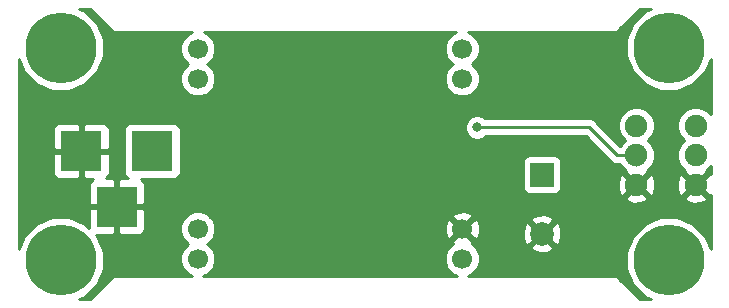
<source format=gbr>
%TF.GenerationSoftware,KiCad,Pcbnew,(5.0.0-3-g5ebb6b6)*%
%TF.CreationDate,2019-03-22T16:01:31+00:00*%
%TF.ProjectId,moodie_control_board,6D6F6F6469655F636F6E74726F6C5F62,rev?*%
%TF.SameCoordinates,Original*%
%TF.FileFunction,Copper,L2,Bot,Signal*%
%TF.FilePolarity,Positive*%
%FSLAX46Y46*%
G04 Gerber Fmt 4.6, Leading zero omitted, Abs format (unit mm)*
G04 Created by KiCad (PCBNEW (5.0.0-3-g5ebb6b6)) date Friday 22 March 2019 at 16:01:31*
%MOMM*%
%LPD*%
G01*
G04 APERTURE LIST*
%ADD10C,6.000000*%
%ADD11C,1.900000*%
%ADD12C,2.000000*%
%ADD13R,2.000000X2.000000*%
%ADD14C,1.700000*%
%ADD15R,3.500000X3.500000*%
%ADD16C,0.800000*%
%ADD17C,0.250000*%
%ADD18C,0.254000*%
G04 APERTURE END LIST*
D10*
X102750000Y-106000000D03*
X102750000Y-88000000D03*
X51250000Y-106000000D03*
X51250000Y-88000000D03*
D11*
X100000000Y-94600000D03*
X100000000Y-99600000D03*
X100000000Y-97100000D03*
X105000000Y-94600000D03*
X105000000Y-97100000D03*
X105000000Y-99600000D03*
D12*
X92000000Y-103750000D03*
D13*
X92000000Y-98750000D03*
D14*
X85250000Y-88100000D03*
X85250000Y-90640000D03*
X85250000Y-103340000D03*
X85250000Y-105880000D03*
X62850000Y-88100000D03*
X62850000Y-90640000D03*
X62850000Y-103340000D03*
X62850000Y-105880000D03*
D15*
X56000000Y-101450000D03*
X53000000Y-96750000D03*
X59000000Y-96750000D03*
D16*
X86500000Y-94750000D03*
D17*
X100000000Y-97750000D02*
X100000000Y-97900000D01*
X98350000Y-97100000D02*
X100000000Y-97100000D01*
X96000000Y-94750000D02*
X98350000Y-97100000D01*
X96000000Y-94750000D02*
X86500000Y-94750000D01*
D18*
G36*
X55448508Y-86452599D02*
X55488119Y-86511881D01*
X55722972Y-86668805D01*
X55930074Y-86710000D01*
X55930078Y-86710000D01*
X55999999Y-86723908D01*
X56069920Y-86710000D01*
X62325265Y-86710000D01*
X62008815Y-86841078D01*
X61591078Y-87258815D01*
X61365000Y-87804615D01*
X61365000Y-88395385D01*
X61591078Y-88941185D01*
X62008815Y-89358922D01*
X62035560Y-89370000D01*
X62008815Y-89381078D01*
X61591078Y-89798815D01*
X61365000Y-90344615D01*
X61365000Y-90935385D01*
X61591078Y-91481185D01*
X62008815Y-91898922D01*
X62554615Y-92125000D01*
X63145385Y-92125000D01*
X63691185Y-91898922D01*
X64108922Y-91481185D01*
X64335000Y-90935385D01*
X64335000Y-90344615D01*
X64108922Y-89798815D01*
X63691185Y-89381078D01*
X63664440Y-89370000D01*
X63691185Y-89358922D01*
X64108922Y-88941185D01*
X64335000Y-88395385D01*
X64335000Y-87804615D01*
X64108922Y-87258815D01*
X63691185Y-86841078D01*
X63374735Y-86710000D01*
X84725265Y-86710000D01*
X84408815Y-86841078D01*
X83991078Y-87258815D01*
X83765000Y-87804615D01*
X83765000Y-88395385D01*
X83991078Y-88941185D01*
X84408815Y-89358922D01*
X84435560Y-89370000D01*
X84408815Y-89381078D01*
X83991078Y-89798815D01*
X83765000Y-90344615D01*
X83765000Y-90935385D01*
X83991078Y-91481185D01*
X84408815Y-91898922D01*
X84954615Y-92125000D01*
X85545385Y-92125000D01*
X86091185Y-91898922D01*
X86508922Y-91481185D01*
X86735000Y-90935385D01*
X86735000Y-90344615D01*
X86508922Y-89798815D01*
X86091185Y-89381078D01*
X86064440Y-89370000D01*
X86091185Y-89358922D01*
X86508922Y-88941185D01*
X86735000Y-88395385D01*
X86735000Y-87804615D01*
X86508922Y-87258815D01*
X86091185Y-86841078D01*
X85774735Y-86710000D01*
X97930076Y-86710000D01*
X98000000Y-86723909D01*
X98069924Y-86710000D01*
X98069926Y-86710000D01*
X98277028Y-86668805D01*
X98511881Y-86511881D01*
X98551494Y-86452596D01*
X100294091Y-84710000D01*
X101194050Y-84710000D01*
X100690938Y-84918396D01*
X99668396Y-85940938D01*
X99115000Y-87276954D01*
X99115000Y-88723046D01*
X99668396Y-90059062D01*
X100690938Y-91081604D01*
X102026954Y-91635000D01*
X103473046Y-91635000D01*
X104809062Y-91081604D01*
X105831604Y-90059062D01*
X106290000Y-88952396D01*
X106290000Y-93648472D01*
X105897830Y-93256302D01*
X105315276Y-93015000D01*
X104684724Y-93015000D01*
X104102170Y-93256302D01*
X103656302Y-93702170D01*
X103415000Y-94284724D01*
X103415000Y-94915276D01*
X103656302Y-95497830D01*
X104008472Y-95850000D01*
X103656302Y-96202170D01*
X103415000Y-96784724D01*
X103415000Y-97415276D01*
X103656302Y-97997830D01*
X104083859Y-98425387D01*
X104063255Y-98483650D01*
X105000000Y-99420395D01*
X105936745Y-98483650D01*
X105916141Y-98425387D01*
X106290001Y-98051527D01*
X106290001Y-98724665D01*
X106116350Y-98663255D01*
X105179605Y-99600000D01*
X106116350Y-100536745D01*
X106290001Y-100475335D01*
X106290001Y-105047606D01*
X105831604Y-103940938D01*
X104809062Y-102918396D01*
X103473046Y-102365000D01*
X102026954Y-102365000D01*
X100690938Y-102918396D01*
X99668396Y-103940938D01*
X99115000Y-105276954D01*
X99115000Y-106723046D01*
X99668396Y-108059062D01*
X100690938Y-109081604D01*
X101194050Y-109290000D01*
X100294091Y-109290000D01*
X98551494Y-107547404D01*
X98511881Y-107488119D01*
X98277028Y-107331195D01*
X98069926Y-107290000D01*
X98069924Y-107290000D01*
X98000000Y-107276091D01*
X97930076Y-107290000D01*
X85726451Y-107290000D01*
X86091185Y-107138922D01*
X86508922Y-106721185D01*
X86735000Y-106175385D01*
X86735000Y-105584615D01*
X86508922Y-105038815D01*
X86372639Y-104902532D01*
X91027073Y-104902532D01*
X91125736Y-105169387D01*
X91735461Y-105395908D01*
X92385460Y-105371856D01*
X92874264Y-105169387D01*
X92972927Y-104902532D01*
X92000000Y-103929605D01*
X91027073Y-104902532D01*
X86372639Y-104902532D01*
X86091185Y-104621078D01*
X86044753Y-104601845D01*
X86114353Y-104383958D01*
X85250000Y-103519605D01*
X84385647Y-104383958D01*
X84455247Y-104601845D01*
X84408815Y-104621078D01*
X83991078Y-105038815D01*
X83765000Y-105584615D01*
X83765000Y-106175385D01*
X83991078Y-106721185D01*
X84408815Y-107138922D01*
X84773549Y-107290000D01*
X63326451Y-107290000D01*
X63691185Y-107138922D01*
X64108922Y-106721185D01*
X64335000Y-106175385D01*
X64335000Y-105584615D01*
X64108922Y-105038815D01*
X63691185Y-104621078D01*
X63664440Y-104610000D01*
X63691185Y-104598922D01*
X64108922Y-104181185D01*
X64335000Y-103635385D01*
X64335000Y-103111279D01*
X83753282Y-103111279D01*
X83779685Y-103701458D01*
X83954741Y-104124080D01*
X84206042Y-104204353D01*
X85070395Y-103340000D01*
X85429605Y-103340000D01*
X86293958Y-104204353D01*
X86545259Y-104124080D01*
X86746718Y-103568721D01*
X86742994Y-103485461D01*
X90354092Y-103485461D01*
X90378144Y-104135460D01*
X90580613Y-104624264D01*
X90847468Y-104722927D01*
X91820395Y-103750000D01*
X92179605Y-103750000D01*
X93152532Y-104722927D01*
X93419387Y-104624264D01*
X93645908Y-104014539D01*
X93621856Y-103364540D01*
X93419387Y-102875736D01*
X93152532Y-102777073D01*
X92179605Y-103750000D01*
X91820395Y-103750000D01*
X90847468Y-102777073D01*
X90580613Y-102875736D01*
X90354092Y-103485461D01*
X86742994Y-103485461D01*
X86720315Y-102978542D01*
X86562469Y-102597468D01*
X91027073Y-102597468D01*
X92000000Y-103570395D01*
X92972927Y-102597468D01*
X92874264Y-102330613D01*
X92264539Y-102104092D01*
X91614540Y-102128144D01*
X91125736Y-102330613D01*
X91027073Y-102597468D01*
X86562469Y-102597468D01*
X86545259Y-102555920D01*
X86293958Y-102475647D01*
X85429605Y-103340000D01*
X85070395Y-103340000D01*
X84206042Y-102475647D01*
X83954741Y-102555920D01*
X83753282Y-103111279D01*
X64335000Y-103111279D01*
X64335000Y-103044615D01*
X64108922Y-102498815D01*
X63906149Y-102296042D01*
X84385647Y-102296042D01*
X85250000Y-103160395D01*
X86114353Y-102296042D01*
X86034080Y-102044741D01*
X85478721Y-101843282D01*
X84888542Y-101869685D01*
X84465920Y-102044741D01*
X84385647Y-102296042D01*
X63906149Y-102296042D01*
X63691185Y-102081078D01*
X63145385Y-101855000D01*
X62554615Y-101855000D01*
X62008815Y-102081078D01*
X61591078Y-102498815D01*
X61365000Y-103044615D01*
X61365000Y-103635385D01*
X61591078Y-104181185D01*
X62008815Y-104598922D01*
X62035560Y-104610000D01*
X62008815Y-104621078D01*
X61591078Y-105038815D01*
X61365000Y-105584615D01*
X61365000Y-106175385D01*
X61591078Y-106721185D01*
X62008815Y-107138922D01*
X62373549Y-107290000D01*
X56069920Y-107290000D01*
X55999999Y-107276092D01*
X55930078Y-107290000D01*
X55930074Y-107290000D01*
X55722972Y-107331195D01*
X55488119Y-107488119D01*
X55448508Y-107547401D01*
X53705910Y-109290000D01*
X52805950Y-109290000D01*
X53309062Y-109081604D01*
X54331604Y-108059062D01*
X54885000Y-106723046D01*
X54885000Y-105276954D01*
X54331604Y-103940938D01*
X54225666Y-103835000D01*
X55714250Y-103835000D01*
X55873000Y-103676250D01*
X55873000Y-101577000D01*
X56127000Y-101577000D01*
X56127000Y-103676250D01*
X56285750Y-103835000D01*
X57876309Y-103835000D01*
X58109698Y-103738327D01*
X58288327Y-103559699D01*
X58385000Y-103326310D01*
X58385000Y-101735750D01*
X58226250Y-101577000D01*
X56127000Y-101577000D01*
X55873000Y-101577000D01*
X53773750Y-101577000D01*
X53615000Y-101735750D01*
X53615000Y-103224334D01*
X53309062Y-102918396D01*
X51973046Y-102365000D01*
X50526954Y-102365000D01*
X49190938Y-102918396D01*
X48168396Y-103940938D01*
X47710000Y-105047604D01*
X47710000Y-97035750D01*
X50615000Y-97035750D01*
X50615000Y-98626310D01*
X50711673Y-98859699D01*
X50890302Y-99038327D01*
X51123691Y-99135000D01*
X52714250Y-99135000D01*
X52873000Y-98976250D01*
X52873000Y-96877000D01*
X53127000Y-96877000D01*
X53127000Y-98976250D01*
X53285750Y-99135000D01*
X53954696Y-99135000D01*
X53890302Y-99161673D01*
X53711673Y-99340301D01*
X53615000Y-99573690D01*
X53615000Y-101164250D01*
X53773750Y-101323000D01*
X55873000Y-101323000D01*
X55873000Y-99223750D01*
X56127000Y-99223750D01*
X56127000Y-101323000D01*
X58226250Y-101323000D01*
X58385000Y-101164250D01*
X58385000Y-100716350D01*
X99063255Y-100716350D01*
X99155792Y-100978019D01*
X99747398Y-101196188D01*
X100377461Y-101171352D01*
X100844208Y-100978019D01*
X100936745Y-100716350D01*
X104063255Y-100716350D01*
X104155792Y-100978019D01*
X104747398Y-101196188D01*
X105377461Y-101171352D01*
X105844208Y-100978019D01*
X105936745Y-100716350D01*
X105000000Y-99779605D01*
X104063255Y-100716350D01*
X100936745Y-100716350D01*
X100000000Y-99779605D01*
X99063255Y-100716350D01*
X58385000Y-100716350D01*
X58385000Y-99573690D01*
X58288327Y-99340301D01*
X58109698Y-99161673D01*
X58075337Y-99147440D01*
X60750000Y-99147440D01*
X60997765Y-99098157D01*
X61207809Y-98957809D01*
X61348157Y-98747765D01*
X61397440Y-98500000D01*
X61397440Y-97750000D01*
X90352560Y-97750000D01*
X90352560Y-99750000D01*
X90401843Y-99997765D01*
X90542191Y-100207809D01*
X90752235Y-100348157D01*
X91000000Y-100397440D01*
X93000000Y-100397440D01*
X93247765Y-100348157D01*
X93457809Y-100207809D01*
X93598157Y-99997765D01*
X93647440Y-99750000D01*
X93647440Y-99347398D01*
X98403812Y-99347398D01*
X98428648Y-99977461D01*
X98621981Y-100444208D01*
X98883650Y-100536745D01*
X99820395Y-99600000D01*
X100179605Y-99600000D01*
X101116350Y-100536745D01*
X101378019Y-100444208D01*
X101596188Y-99852602D01*
X101576274Y-99347398D01*
X103403812Y-99347398D01*
X103428648Y-99977461D01*
X103621981Y-100444208D01*
X103883650Y-100536745D01*
X104820395Y-99600000D01*
X103883650Y-98663255D01*
X103621981Y-98755792D01*
X103403812Y-99347398D01*
X101576274Y-99347398D01*
X101571352Y-99222539D01*
X101378019Y-98755792D01*
X101116350Y-98663255D01*
X100179605Y-99600000D01*
X99820395Y-99600000D01*
X98883650Y-98663255D01*
X98621981Y-98755792D01*
X98403812Y-99347398D01*
X93647440Y-99347398D01*
X93647440Y-97750000D01*
X93598157Y-97502235D01*
X93457809Y-97292191D01*
X93247765Y-97151843D01*
X93000000Y-97102560D01*
X91000000Y-97102560D01*
X90752235Y-97151843D01*
X90542191Y-97292191D01*
X90401843Y-97502235D01*
X90352560Y-97750000D01*
X61397440Y-97750000D01*
X61397440Y-95000000D01*
X61348157Y-94752235D01*
X61209102Y-94544126D01*
X85465000Y-94544126D01*
X85465000Y-94955874D01*
X85622569Y-95336280D01*
X85913720Y-95627431D01*
X86294126Y-95785000D01*
X86705874Y-95785000D01*
X87086280Y-95627431D01*
X87203711Y-95510000D01*
X95685199Y-95510000D01*
X97759671Y-97584473D01*
X97802071Y-97647929D01*
X98053463Y-97815904D01*
X98275148Y-97860000D01*
X98275153Y-97860000D01*
X98350000Y-97874888D01*
X98424847Y-97860000D01*
X98599211Y-97860000D01*
X98656302Y-97997830D01*
X99083859Y-98425387D01*
X99063255Y-98483650D01*
X100000000Y-99420395D01*
X100936745Y-98483650D01*
X100916141Y-98425387D01*
X101343698Y-97997830D01*
X101585000Y-97415276D01*
X101585000Y-96784724D01*
X101343698Y-96202170D01*
X100991528Y-95850000D01*
X101343698Y-95497830D01*
X101585000Y-94915276D01*
X101585000Y-94284724D01*
X101343698Y-93702170D01*
X100897830Y-93256302D01*
X100315276Y-93015000D01*
X99684724Y-93015000D01*
X99102170Y-93256302D01*
X98656302Y-93702170D01*
X98415000Y-94284724D01*
X98415000Y-94915276D01*
X98656302Y-95497830D01*
X99008472Y-95850000D01*
X98656302Y-96202170D01*
X98618422Y-96293620D01*
X96590331Y-94265530D01*
X96547929Y-94202071D01*
X96296537Y-94034096D01*
X96074852Y-93990000D01*
X96074847Y-93990000D01*
X96000000Y-93975112D01*
X95925153Y-93990000D01*
X87203711Y-93990000D01*
X87086280Y-93872569D01*
X86705874Y-93715000D01*
X86294126Y-93715000D01*
X85913720Y-93872569D01*
X85622569Y-94163720D01*
X85465000Y-94544126D01*
X61209102Y-94544126D01*
X61207809Y-94542191D01*
X60997765Y-94401843D01*
X60750000Y-94352560D01*
X57250000Y-94352560D01*
X57002235Y-94401843D01*
X56792191Y-94542191D01*
X56651843Y-94752235D01*
X56602560Y-95000000D01*
X56602560Y-98500000D01*
X56651843Y-98747765D01*
X56792191Y-98957809D01*
X56952612Y-99065000D01*
X56285750Y-99065000D01*
X56127000Y-99223750D01*
X55873000Y-99223750D01*
X55714250Y-99065000D01*
X55045304Y-99065000D01*
X55109698Y-99038327D01*
X55288327Y-98859699D01*
X55385000Y-98626310D01*
X55385000Y-97035750D01*
X55226250Y-96877000D01*
X53127000Y-96877000D01*
X52873000Y-96877000D01*
X50773750Y-96877000D01*
X50615000Y-97035750D01*
X47710000Y-97035750D01*
X47710000Y-94873690D01*
X50615000Y-94873690D01*
X50615000Y-96464250D01*
X50773750Y-96623000D01*
X52873000Y-96623000D01*
X52873000Y-94523750D01*
X53127000Y-94523750D01*
X53127000Y-96623000D01*
X55226250Y-96623000D01*
X55385000Y-96464250D01*
X55385000Y-94873690D01*
X55288327Y-94640301D01*
X55109698Y-94461673D01*
X54876309Y-94365000D01*
X53285750Y-94365000D01*
X53127000Y-94523750D01*
X52873000Y-94523750D01*
X52714250Y-94365000D01*
X51123691Y-94365000D01*
X50890302Y-94461673D01*
X50711673Y-94640301D01*
X50615000Y-94873690D01*
X47710000Y-94873690D01*
X47710000Y-88952396D01*
X48168396Y-90059062D01*
X49190938Y-91081604D01*
X50526954Y-91635000D01*
X51973046Y-91635000D01*
X53309062Y-91081604D01*
X54331604Y-90059062D01*
X54885000Y-88723046D01*
X54885000Y-87276954D01*
X54331604Y-85940938D01*
X53309062Y-84918396D01*
X52805950Y-84710000D01*
X53705910Y-84710000D01*
X55448508Y-86452599D01*
X55448508Y-86452599D01*
G37*
X55448508Y-86452599D02*
X55488119Y-86511881D01*
X55722972Y-86668805D01*
X55930074Y-86710000D01*
X55930078Y-86710000D01*
X55999999Y-86723908D01*
X56069920Y-86710000D01*
X62325265Y-86710000D01*
X62008815Y-86841078D01*
X61591078Y-87258815D01*
X61365000Y-87804615D01*
X61365000Y-88395385D01*
X61591078Y-88941185D01*
X62008815Y-89358922D01*
X62035560Y-89370000D01*
X62008815Y-89381078D01*
X61591078Y-89798815D01*
X61365000Y-90344615D01*
X61365000Y-90935385D01*
X61591078Y-91481185D01*
X62008815Y-91898922D01*
X62554615Y-92125000D01*
X63145385Y-92125000D01*
X63691185Y-91898922D01*
X64108922Y-91481185D01*
X64335000Y-90935385D01*
X64335000Y-90344615D01*
X64108922Y-89798815D01*
X63691185Y-89381078D01*
X63664440Y-89370000D01*
X63691185Y-89358922D01*
X64108922Y-88941185D01*
X64335000Y-88395385D01*
X64335000Y-87804615D01*
X64108922Y-87258815D01*
X63691185Y-86841078D01*
X63374735Y-86710000D01*
X84725265Y-86710000D01*
X84408815Y-86841078D01*
X83991078Y-87258815D01*
X83765000Y-87804615D01*
X83765000Y-88395385D01*
X83991078Y-88941185D01*
X84408815Y-89358922D01*
X84435560Y-89370000D01*
X84408815Y-89381078D01*
X83991078Y-89798815D01*
X83765000Y-90344615D01*
X83765000Y-90935385D01*
X83991078Y-91481185D01*
X84408815Y-91898922D01*
X84954615Y-92125000D01*
X85545385Y-92125000D01*
X86091185Y-91898922D01*
X86508922Y-91481185D01*
X86735000Y-90935385D01*
X86735000Y-90344615D01*
X86508922Y-89798815D01*
X86091185Y-89381078D01*
X86064440Y-89370000D01*
X86091185Y-89358922D01*
X86508922Y-88941185D01*
X86735000Y-88395385D01*
X86735000Y-87804615D01*
X86508922Y-87258815D01*
X86091185Y-86841078D01*
X85774735Y-86710000D01*
X97930076Y-86710000D01*
X98000000Y-86723909D01*
X98069924Y-86710000D01*
X98069926Y-86710000D01*
X98277028Y-86668805D01*
X98511881Y-86511881D01*
X98551494Y-86452596D01*
X100294091Y-84710000D01*
X101194050Y-84710000D01*
X100690938Y-84918396D01*
X99668396Y-85940938D01*
X99115000Y-87276954D01*
X99115000Y-88723046D01*
X99668396Y-90059062D01*
X100690938Y-91081604D01*
X102026954Y-91635000D01*
X103473046Y-91635000D01*
X104809062Y-91081604D01*
X105831604Y-90059062D01*
X106290000Y-88952396D01*
X106290000Y-93648472D01*
X105897830Y-93256302D01*
X105315276Y-93015000D01*
X104684724Y-93015000D01*
X104102170Y-93256302D01*
X103656302Y-93702170D01*
X103415000Y-94284724D01*
X103415000Y-94915276D01*
X103656302Y-95497830D01*
X104008472Y-95850000D01*
X103656302Y-96202170D01*
X103415000Y-96784724D01*
X103415000Y-97415276D01*
X103656302Y-97997830D01*
X104083859Y-98425387D01*
X104063255Y-98483650D01*
X105000000Y-99420395D01*
X105936745Y-98483650D01*
X105916141Y-98425387D01*
X106290001Y-98051527D01*
X106290001Y-98724665D01*
X106116350Y-98663255D01*
X105179605Y-99600000D01*
X106116350Y-100536745D01*
X106290001Y-100475335D01*
X106290001Y-105047606D01*
X105831604Y-103940938D01*
X104809062Y-102918396D01*
X103473046Y-102365000D01*
X102026954Y-102365000D01*
X100690938Y-102918396D01*
X99668396Y-103940938D01*
X99115000Y-105276954D01*
X99115000Y-106723046D01*
X99668396Y-108059062D01*
X100690938Y-109081604D01*
X101194050Y-109290000D01*
X100294091Y-109290000D01*
X98551494Y-107547404D01*
X98511881Y-107488119D01*
X98277028Y-107331195D01*
X98069926Y-107290000D01*
X98069924Y-107290000D01*
X98000000Y-107276091D01*
X97930076Y-107290000D01*
X85726451Y-107290000D01*
X86091185Y-107138922D01*
X86508922Y-106721185D01*
X86735000Y-106175385D01*
X86735000Y-105584615D01*
X86508922Y-105038815D01*
X86372639Y-104902532D01*
X91027073Y-104902532D01*
X91125736Y-105169387D01*
X91735461Y-105395908D01*
X92385460Y-105371856D01*
X92874264Y-105169387D01*
X92972927Y-104902532D01*
X92000000Y-103929605D01*
X91027073Y-104902532D01*
X86372639Y-104902532D01*
X86091185Y-104621078D01*
X86044753Y-104601845D01*
X86114353Y-104383958D01*
X85250000Y-103519605D01*
X84385647Y-104383958D01*
X84455247Y-104601845D01*
X84408815Y-104621078D01*
X83991078Y-105038815D01*
X83765000Y-105584615D01*
X83765000Y-106175385D01*
X83991078Y-106721185D01*
X84408815Y-107138922D01*
X84773549Y-107290000D01*
X63326451Y-107290000D01*
X63691185Y-107138922D01*
X64108922Y-106721185D01*
X64335000Y-106175385D01*
X64335000Y-105584615D01*
X64108922Y-105038815D01*
X63691185Y-104621078D01*
X63664440Y-104610000D01*
X63691185Y-104598922D01*
X64108922Y-104181185D01*
X64335000Y-103635385D01*
X64335000Y-103111279D01*
X83753282Y-103111279D01*
X83779685Y-103701458D01*
X83954741Y-104124080D01*
X84206042Y-104204353D01*
X85070395Y-103340000D01*
X85429605Y-103340000D01*
X86293958Y-104204353D01*
X86545259Y-104124080D01*
X86746718Y-103568721D01*
X86742994Y-103485461D01*
X90354092Y-103485461D01*
X90378144Y-104135460D01*
X90580613Y-104624264D01*
X90847468Y-104722927D01*
X91820395Y-103750000D01*
X92179605Y-103750000D01*
X93152532Y-104722927D01*
X93419387Y-104624264D01*
X93645908Y-104014539D01*
X93621856Y-103364540D01*
X93419387Y-102875736D01*
X93152532Y-102777073D01*
X92179605Y-103750000D01*
X91820395Y-103750000D01*
X90847468Y-102777073D01*
X90580613Y-102875736D01*
X90354092Y-103485461D01*
X86742994Y-103485461D01*
X86720315Y-102978542D01*
X86562469Y-102597468D01*
X91027073Y-102597468D01*
X92000000Y-103570395D01*
X92972927Y-102597468D01*
X92874264Y-102330613D01*
X92264539Y-102104092D01*
X91614540Y-102128144D01*
X91125736Y-102330613D01*
X91027073Y-102597468D01*
X86562469Y-102597468D01*
X86545259Y-102555920D01*
X86293958Y-102475647D01*
X85429605Y-103340000D01*
X85070395Y-103340000D01*
X84206042Y-102475647D01*
X83954741Y-102555920D01*
X83753282Y-103111279D01*
X64335000Y-103111279D01*
X64335000Y-103044615D01*
X64108922Y-102498815D01*
X63906149Y-102296042D01*
X84385647Y-102296042D01*
X85250000Y-103160395D01*
X86114353Y-102296042D01*
X86034080Y-102044741D01*
X85478721Y-101843282D01*
X84888542Y-101869685D01*
X84465920Y-102044741D01*
X84385647Y-102296042D01*
X63906149Y-102296042D01*
X63691185Y-102081078D01*
X63145385Y-101855000D01*
X62554615Y-101855000D01*
X62008815Y-102081078D01*
X61591078Y-102498815D01*
X61365000Y-103044615D01*
X61365000Y-103635385D01*
X61591078Y-104181185D01*
X62008815Y-104598922D01*
X62035560Y-104610000D01*
X62008815Y-104621078D01*
X61591078Y-105038815D01*
X61365000Y-105584615D01*
X61365000Y-106175385D01*
X61591078Y-106721185D01*
X62008815Y-107138922D01*
X62373549Y-107290000D01*
X56069920Y-107290000D01*
X55999999Y-107276092D01*
X55930078Y-107290000D01*
X55930074Y-107290000D01*
X55722972Y-107331195D01*
X55488119Y-107488119D01*
X55448508Y-107547401D01*
X53705910Y-109290000D01*
X52805950Y-109290000D01*
X53309062Y-109081604D01*
X54331604Y-108059062D01*
X54885000Y-106723046D01*
X54885000Y-105276954D01*
X54331604Y-103940938D01*
X54225666Y-103835000D01*
X55714250Y-103835000D01*
X55873000Y-103676250D01*
X55873000Y-101577000D01*
X56127000Y-101577000D01*
X56127000Y-103676250D01*
X56285750Y-103835000D01*
X57876309Y-103835000D01*
X58109698Y-103738327D01*
X58288327Y-103559699D01*
X58385000Y-103326310D01*
X58385000Y-101735750D01*
X58226250Y-101577000D01*
X56127000Y-101577000D01*
X55873000Y-101577000D01*
X53773750Y-101577000D01*
X53615000Y-101735750D01*
X53615000Y-103224334D01*
X53309062Y-102918396D01*
X51973046Y-102365000D01*
X50526954Y-102365000D01*
X49190938Y-102918396D01*
X48168396Y-103940938D01*
X47710000Y-105047604D01*
X47710000Y-97035750D01*
X50615000Y-97035750D01*
X50615000Y-98626310D01*
X50711673Y-98859699D01*
X50890302Y-99038327D01*
X51123691Y-99135000D01*
X52714250Y-99135000D01*
X52873000Y-98976250D01*
X52873000Y-96877000D01*
X53127000Y-96877000D01*
X53127000Y-98976250D01*
X53285750Y-99135000D01*
X53954696Y-99135000D01*
X53890302Y-99161673D01*
X53711673Y-99340301D01*
X53615000Y-99573690D01*
X53615000Y-101164250D01*
X53773750Y-101323000D01*
X55873000Y-101323000D01*
X55873000Y-99223750D01*
X56127000Y-99223750D01*
X56127000Y-101323000D01*
X58226250Y-101323000D01*
X58385000Y-101164250D01*
X58385000Y-100716350D01*
X99063255Y-100716350D01*
X99155792Y-100978019D01*
X99747398Y-101196188D01*
X100377461Y-101171352D01*
X100844208Y-100978019D01*
X100936745Y-100716350D01*
X104063255Y-100716350D01*
X104155792Y-100978019D01*
X104747398Y-101196188D01*
X105377461Y-101171352D01*
X105844208Y-100978019D01*
X105936745Y-100716350D01*
X105000000Y-99779605D01*
X104063255Y-100716350D01*
X100936745Y-100716350D01*
X100000000Y-99779605D01*
X99063255Y-100716350D01*
X58385000Y-100716350D01*
X58385000Y-99573690D01*
X58288327Y-99340301D01*
X58109698Y-99161673D01*
X58075337Y-99147440D01*
X60750000Y-99147440D01*
X60997765Y-99098157D01*
X61207809Y-98957809D01*
X61348157Y-98747765D01*
X61397440Y-98500000D01*
X61397440Y-97750000D01*
X90352560Y-97750000D01*
X90352560Y-99750000D01*
X90401843Y-99997765D01*
X90542191Y-100207809D01*
X90752235Y-100348157D01*
X91000000Y-100397440D01*
X93000000Y-100397440D01*
X93247765Y-100348157D01*
X93457809Y-100207809D01*
X93598157Y-99997765D01*
X93647440Y-99750000D01*
X93647440Y-99347398D01*
X98403812Y-99347398D01*
X98428648Y-99977461D01*
X98621981Y-100444208D01*
X98883650Y-100536745D01*
X99820395Y-99600000D01*
X100179605Y-99600000D01*
X101116350Y-100536745D01*
X101378019Y-100444208D01*
X101596188Y-99852602D01*
X101576274Y-99347398D01*
X103403812Y-99347398D01*
X103428648Y-99977461D01*
X103621981Y-100444208D01*
X103883650Y-100536745D01*
X104820395Y-99600000D01*
X103883650Y-98663255D01*
X103621981Y-98755792D01*
X103403812Y-99347398D01*
X101576274Y-99347398D01*
X101571352Y-99222539D01*
X101378019Y-98755792D01*
X101116350Y-98663255D01*
X100179605Y-99600000D01*
X99820395Y-99600000D01*
X98883650Y-98663255D01*
X98621981Y-98755792D01*
X98403812Y-99347398D01*
X93647440Y-99347398D01*
X93647440Y-97750000D01*
X93598157Y-97502235D01*
X93457809Y-97292191D01*
X93247765Y-97151843D01*
X93000000Y-97102560D01*
X91000000Y-97102560D01*
X90752235Y-97151843D01*
X90542191Y-97292191D01*
X90401843Y-97502235D01*
X90352560Y-97750000D01*
X61397440Y-97750000D01*
X61397440Y-95000000D01*
X61348157Y-94752235D01*
X61209102Y-94544126D01*
X85465000Y-94544126D01*
X85465000Y-94955874D01*
X85622569Y-95336280D01*
X85913720Y-95627431D01*
X86294126Y-95785000D01*
X86705874Y-95785000D01*
X87086280Y-95627431D01*
X87203711Y-95510000D01*
X95685199Y-95510000D01*
X97759671Y-97584473D01*
X97802071Y-97647929D01*
X98053463Y-97815904D01*
X98275148Y-97860000D01*
X98275153Y-97860000D01*
X98350000Y-97874888D01*
X98424847Y-97860000D01*
X98599211Y-97860000D01*
X98656302Y-97997830D01*
X99083859Y-98425387D01*
X99063255Y-98483650D01*
X100000000Y-99420395D01*
X100936745Y-98483650D01*
X100916141Y-98425387D01*
X101343698Y-97997830D01*
X101585000Y-97415276D01*
X101585000Y-96784724D01*
X101343698Y-96202170D01*
X100991528Y-95850000D01*
X101343698Y-95497830D01*
X101585000Y-94915276D01*
X101585000Y-94284724D01*
X101343698Y-93702170D01*
X100897830Y-93256302D01*
X100315276Y-93015000D01*
X99684724Y-93015000D01*
X99102170Y-93256302D01*
X98656302Y-93702170D01*
X98415000Y-94284724D01*
X98415000Y-94915276D01*
X98656302Y-95497830D01*
X99008472Y-95850000D01*
X98656302Y-96202170D01*
X98618422Y-96293620D01*
X96590331Y-94265530D01*
X96547929Y-94202071D01*
X96296537Y-94034096D01*
X96074852Y-93990000D01*
X96074847Y-93990000D01*
X96000000Y-93975112D01*
X95925153Y-93990000D01*
X87203711Y-93990000D01*
X87086280Y-93872569D01*
X86705874Y-93715000D01*
X86294126Y-93715000D01*
X85913720Y-93872569D01*
X85622569Y-94163720D01*
X85465000Y-94544126D01*
X61209102Y-94544126D01*
X61207809Y-94542191D01*
X60997765Y-94401843D01*
X60750000Y-94352560D01*
X57250000Y-94352560D01*
X57002235Y-94401843D01*
X56792191Y-94542191D01*
X56651843Y-94752235D01*
X56602560Y-95000000D01*
X56602560Y-98500000D01*
X56651843Y-98747765D01*
X56792191Y-98957809D01*
X56952612Y-99065000D01*
X56285750Y-99065000D01*
X56127000Y-99223750D01*
X55873000Y-99223750D01*
X55714250Y-99065000D01*
X55045304Y-99065000D01*
X55109698Y-99038327D01*
X55288327Y-98859699D01*
X55385000Y-98626310D01*
X55385000Y-97035750D01*
X55226250Y-96877000D01*
X53127000Y-96877000D01*
X52873000Y-96877000D01*
X50773750Y-96877000D01*
X50615000Y-97035750D01*
X47710000Y-97035750D01*
X47710000Y-94873690D01*
X50615000Y-94873690D01*
X50615000Y-96464250D01*
X50773750Y-96623000D01*
X52873000Y-96623000D01*
X52873000Y-94523750D01*
X53127000Y-94523750D01*
X53127000Y-96623000D01*
X55226250Y-96623000D01*
X55385000Y-96464250D01*
X55385000Y-94873690D01*
X55288327Y-94640301D01*
X55109698Y-94461673D01*
X54876309Y-94365000D01*
X53285750Y-94365000D01*
X53127000Y-94523750D01*
X52873000Y-94523750D01*
X52714250Y-94365000D01*
X51123691Y-94365000D01*
X50890302Y-94461673D01*
X50711673Y-94640301D01*
X50615000Y-94873690D01*
X47710000Y-94873690D01*
X47710000Y-88952396D01*
X48168396Y-90059062D01*
X49190938Y-91081604D01*
X50526954Y-91635000D01*
X51973046Y-91635000D01*
X53309062Y-91081604D01*
X54331604Y-90059062D01*
X54885000Y-88723046D01*
X54885000Y-87276954D01*
X54331604Y-85940938D01*
X53309062Y-84918396D01*
X52805950Y-84710000D01*
X53705910Y-84710000D01*
X55448508Y-86452599D01*
M02*

</source>
